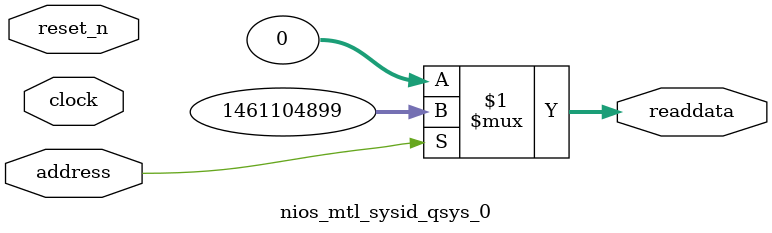
<source format=v>

`timescale 1ns / 1ps
// synthesis translate_on

// turn off superfluous verilog processor warnings 
// altera message_level Level1 
// altera message_off 10034 10035 10036 10037 10230 10240 10030 

module nios_mtl_sysid_qsys_0 (
               // inputs:
                address,
                clock,
                reset_n,

               // outputs:
                readdata
             )
;

  output  [ 31: 0] readdata;
  input            address;
  input            clock;
  input            reset_n;

  wire    [ 31: 0] readdata;
  //control_slave, which is an e_avalon_slave
  assign readdata = address ? 1461104899 : 0;

endmodule




</source>
